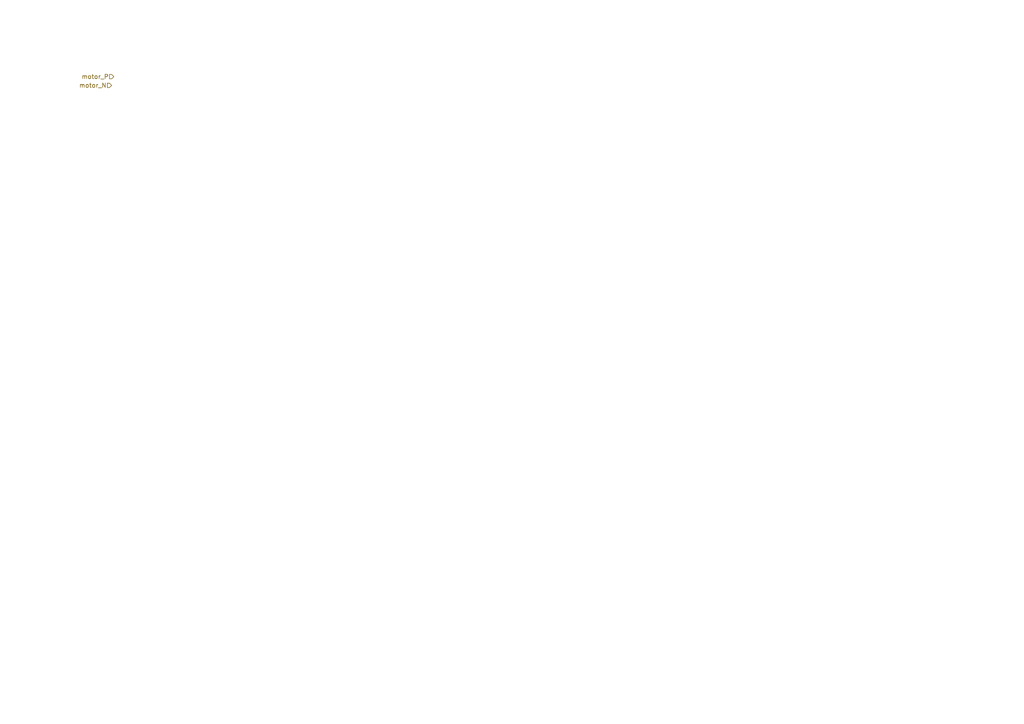
<source format=kicad_sch>
(kicad_sch (version 20211123) (generator eeschema)
  (paper "A4")
  (lib_symbols)
  (hierarchical_label "motor_P" (shape input) (at 33.02 22.225 180))
  (hierarchical_label "motor_N" (shape input) (at 32.385 24.765 180))
)
</source>
